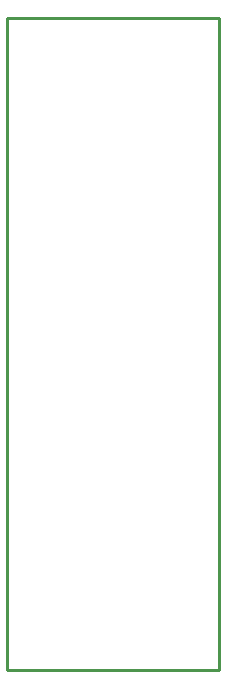
<source format=gko>
G04 Layer_Color=16711935*
%FSLAX25Y25*%
%MOIN*%
G70*
G01*
G75*
%ADD27C,0.01000*%
D27*
X-5433Y175000D02*
X65433D01*
Y-42520D02*
Y175000D01*
X-5433Y-42520D02*
X65433D01*
X-5433D02*
Y175000D01*
M02*

</source>
